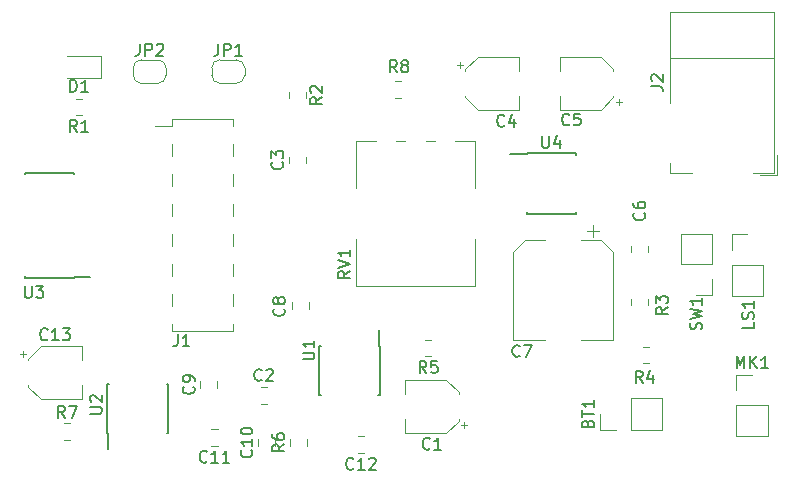
<source format=gto>
G04 #@! TF.GenerationSoftware,KiCad,Pcbnew,5.0.0*
G04 #@! TF.CreationDate,2018-10-27T20:33:49+02:00*
G04 #@! TF.ProjectId,SimpleBatDetector,53696D706C654261744465746563746F,rev?*
G04 #@! TF.SameCoordinates,Original*
G04 #@! TF.FileFunction,Legend,Top*
G04 #@! TF.FilePolarity,Positive*
%FSLAX46Y46*%
G04 Gerber Fmt 4.6, Leading zero omitted, Abs format (unit mm)*
G04 Created by KiCad (PCBNEW 5.0.0) date Sat Oct 27 20:33:49 2018*
%MOMM*%
%LPD*%
G01*
G04 APERTURE LIST*
%ADD10C,0.120000*%
%ADD11C,0.150000*%
G04 APERTURE END LIST*
D10*
G04 #@! TO.C,J1*
X85900000Y-59050000D02*
X91100000Y-59050000D01*
X85900000Y-76950000D02*
X91100000Y-76950000D01*
X84460000Y-59620000D02*
X85900000Y-59620000D01*
X85900000Y-59050000D02*
X85900000Y-59620000D01*
X91100000Y-59050000D02*
X91100000Y-59620000D01*
X85900000Y-76380000D02*
X85900000Y-76950000D01*
X91100000Y-76380000D02*
X91100000Y-76950000D01*
X85900000Y-61140000D02*
X85900000Y-62160000D01*
X91100000Y-61140000D02*
X91100000Y-62160000D01*
X85900000Y-63680000D02*
X85900000Y-64700000D01*
X91100000Y-63680000D02*
X91100000Y-64700000D01*
X85900000Y-66220000D02*
X85900000Y-67240000D01*
X91100000Y-66220000D02*
X91100000Y-67240000D01*
X85900000Y-68760000D02*
X85900000Y-69780000D01*
X91100000Y-68760000D02*
X91100000Y-69780000D01*
X85900000Y-71300000D02*
X85900000Y-72320000D01*
X91100000Y-71300000D02*
X91100000Y-72320000D01*
X85900000Y-73840000D02*
X85900000Y-74860000D01*
X91100000Y-73840000D02*
X91100000Y-74860000D01*
G04 #@! TO.C,R8*
X105261252Y-57210000D02*
X104738748Y-57210000D01*
X105261252Y-55790000D02*
X104738748Y-55790000D01*
G04 #@! TO.C,C1*
X110650000Y-85160000D02*
X110650000Y-84660000D01*
X110900000Y-84910000D02*
X110400000Y-84910000D01*
X110160000Y-82154437D02*
X109095563Y-81090000D01*
X110160000Y-84545563D02*
X109095563Y-85610000D01*
X110160000Y-84545563D02*
X110160000Y-84410000D01*
X110160000Y-82154437D02*
X110160000Y-82290000D01*
X109095563Y-81090000D02*
X105640000Y-81090000D01*
X109095563Y-85610000D02*
X105640000Y-85610000D01*
X105640000Y-85610000D02*
X105640000Y-84410000D01*
X105640000Y-81090000D02*
X105640000Y-82290000D01*
G04 #@! TO.C,C4*
X115260000Y-58260000D02*
X115260000Y-57060000D01*
X115260000Y-53740000D02*
X115260000Y-54940000D01*
X111804437Y-53740000D02*
X115260000Y-53740000D01*
X111804437Y-58260000D02*
X115260000Y-58260000D01*
X110740000Y-57195563D02*
X110740000Y-57060000D01*
X110740000Y-54804437D02*
X110740000Y-54940000D01*
X110740000Y-54804437D02*
X111804437Y-53740000D01*
X110740000Y-57195563D02*
X111804437Y-58260000D01*
X110000000Y-54440000D02*
X110500000Y-54440000D01*
X110250000Y-54190000D02*
X110250000Y-54690000D01*
G04 #@! TO.C,C5*
X123750000Y-57810000D02*
X123750000Y-57310000D01*
X124000000Y-57560000D02*
X123500000Y-57560000D01*
X123260000Y-54804437D02*
X122195563Y-53740000D01*
X123260000Y-57195563D02*
X122195563Y-58260000D01*
X123260000Y-57195563D02*
X123260000Y-57060000D01*
X123260000Y-54804437D02*
X123260000Y-54940000D01*
X122195563Y-53740000D02*
X118740000Y-53740000D01*
X122195563Y-58260000D02*
X118740000Y-58260000D01*
X118740000Y-58260000D02*
X118740000Y-57060000D01*
X118740000Y-53740000D02*
X118740000Y-54940000D01*
G04 #@! TO.C,C13*
X78260000Y-82760000D02*
X78260000Y-81560000D01*
X78260000Y-78240000D02*
X78260000Y-79440000D01*
X74804437Y-78240000D02*
X78260000Y-78240000D01*
X74804437Y-82760000D02*
X78260000Y-82760000D01*
X73740000Y-81695563D02*
X73740000Y-81560000D01*
X73740000Y-79304437D02*
X73740000Y-79440000D01*
X73740000Y-79304437D02*
X74804437Y-78240000D01*
X73740000Y-81695563D02*
X74804437Y-82760000D01*
X73000000Y-78940000D02*
X73500000Y-78940000D01*
X73250000Y-78690000D02*
X73250000Y-79190000D01*
G04 #@! TO.C,C7*
X114740000Y-77760000D02*
X117490000Y-77760000D01*
X123260000Y-77760000D02*
X120510000Y-77760000D01*
X123260000Y-70304437D02*
X123260000Y-77760000D01*
X114740000Y-70304437D02*
X114740000Y-77760000D01*
X115804437Y-69240000D02*
X117490000Y-69240000D01*
X122195563Y-69240000D02*
X120510000Y-69240000D01*
X122195563Y-69240000D02*
X123260000Y-70304437D01*
X115804437Y-69240000D02*
X114740000Y-70304437D01*
X121510000Y-68000000D02*
X121510000Y-69000000D01*
X122010000Y-68500000D02*
X121010000Y-68500000D01*
G04 #@! TO.C,C12*
X102161252Y-85890000D02*
X101638748Y-85890000D01*
X102161252Y-87310000D02*
X101638748Y-87310000D01*
G04 #@! TO.C,C11*
X89761252Y-86710000D02*
X89238748Y-86710000D01*
X89761252Y-85290000D02*
X89238748Y-85290000D01*
G04 #@! TO.C,C10*
X94610000Y-86661252D02*
X94610000Y-86138748D01*
X93190000Y-86661252D02*
X93190000Y-86138748D01*
G04 #@! TO.C,C9*
X88290000Y-81761252D02*
X88290000Y-81238748D01*
X89710000Y-81761252D02*
X89710000Y-81238748D01*
G04 #@! TO.C,C6*
X126210000Y-70261252D02*
X126210000Y-69738748D01*
X124790000Y-70261252D02*
X124790000Y-69738748D01*
G04 #@! TO.C,C3*
X95790000Y-62761252D02*
X95790000Y-62238748D01*
X97210000Y-62761252D02*
X97210000Y-62238748D01*
G04 #@! TO.C,C2*
X93388748Y-83110000D02*
X93911252Y-83110000D01*
X93388748Y-81690000D02*
X93911252Y-81690000D01*
G04 #@! TO.C,C8*
X97510000Y-74538748D02*
X97510000Y-75061252D01*
X96090000Y-74538748D02*
X96090000Y-75061252D01*
G04 #@! TO.C,J2*
X137150000Y-63750000D02*
X135650000Y-63750000D01*
X137150000Y-62050000D02*
X137150000Y-63750000D01*
X136900000Y-53850000D02*
X128100000Y-53850000D01*
X128100000Y-57650000D02*
X128100000Y-49950000D01*
X128100000Y-49950000D02*
X136900000Y-49950000D01*
X136900000Y-49950000D02*
X136900000Y-50150000D01*
X129950000Y-63550000D02*
X128100000Y-63550000D01*
X128100000Y-63550000D02*
X128100000Y-62700000D01*
X136900000Y-50050000D02*
X136900000Y-63550000D01*
X136900000Y-63550000D02*
X135050000Y-63550000D01*
G04 #@! TO.C,BT1*
X122170000Y-85330000D02*
X122170000Y-84000000D01*
X123500000Y-85330000D02*
X122170000Y-85330000D01*
X124770000Y-85330000D02*
X124770000Y-82670000D01*
X124770000Y-82670000D02*
X127370000Y-82670000D01*
X124770000Y-85330000D02*
X127370000Y-85330000D01*
X127370000Y-85330000D02*
X127370000Y-82670000D01*
G04 #@! TO.C,SW1*
X131630000Y-68730000D02*
X128970000Y-68730000D01*
X131630000Y-71330000D02*
X131630000Y-68730000D01*
X128970000Y-71330000D02*
X128970000Y-68730000D01*
X131630000Y-71330000D02*
X128970000Y-71330000D01*
X131630000Y-72600000D02*
X131630000Y-73930000D01*
X131630000Y-73930000D02*
X130300000Y-73930000D01*
G04 #@! TO.C,MK1*
X133670000Y-80670000D02*
X135000000Y-80670000D01*
X133670000Y-82000000D02*
X133670000Y-80670000D01*
X133670000Y-83270000D02*
X136330000Y-83270000D01*
X136330000Y-83270000D02*
X136330000Y-85870000D01*
X133670000Y-83270000D02*
X133670000Y-85870000D01*
X133670000Y-85870000D02*
X136330000Y-85870000D01*
G04 #@! TO.C,LS1*
X133270000Y-73970000D02*
X135930000Y-73970000D01*
X133270000Y-71370000D02*
X133270000Y-73970000D01*
X135930000Y-71370000D02*
X135930000Y-73970000D01*
X133270000Y-71370000D02*
X135930000Y-71370000D01*
X133270000Y-70100000D02*
X133270000Y-68770000D01*
X133270000Y-68770000D02*
X134600000Y-68770000D01*
G04 #@! TO.C,JP1*
X91350000Y-54000000D02*
G75*
G02X92050000Y-54700000I0J-700000D01*
G01*
X92050000Y-55300000D02*
G75*
G02X91350000Y-56000000I-700000J0D01*
G01*
X89950000Y-56000000D02*
G75*
G02X89250000Y-55300000I0J700000D01*
G01*
X89250000Y-54700000D02*
G75*
G02X89950000Y-54000000I700000J0D01*
G01*
X89250000Y-55300000D02*
X89250000Y-54700000D01*
X91350000Y-56000000D02*
X89950000Y-56000000D01*
X92050000Y-54700000D02*
X92050000Y-55300000D01*
X89950000Y-54000000D02*
X91350000Y-54000000D01*
G04 #@! TO.C,JP2*
X84700000Y-54000000D02*
G75*
G02X85400000Y-54700000I0J-700000D01*
G01*
X85400000Y-55300000D02*
G75*
G02X84700000Y-56000000I-700000J0D01*
G01*
X83300000Y-56000000D02*
G75*
G02X82600000Y-55300000I0J700000D01*
G01*
X82600000Y-54700000D02*
G75*
G02X83300000Y-54000000I700000J0D01*
G01*
X82600000Y-55300000D02*
X82600000Y-54700000D01*
X84700000Y-56000000D02*
X83300000Y-56000000D01*
X85400000Y-54700000D02*
X85400000Y-55300000D01*
X83300000Y-54000000D02*
X84700000Y-54000000D01*
G04 #@! TO.C,D1*
X77000000Y-55560000D02*
X79860000Y-55560000D01*
X79860000Y-55560000D02*
X79860000Y-53640000D01*
X79860000Y-53640000D02*
X77000000Y-53640000D01*
D11*
G04 #@! TO.C,U3*
X77575000Y-72450000D02*
X77575000Y-72425000D01*
X73425000Y-72450000D02*
X73425000Y-72335000D01*
X73425000Y-63550000D02*
X73425000Y-63665000D01*
X77575000Y-63550000D02*
X77575000Y-63665000D01*
X77575000Y-72450000D02*
X73425000Y-72450000D01*
X77575000Y-63550000D02*
X73425000Y-63550000D01*
X77575000Y-72425000D02*
X78950000Y-72425000D01*
G04 #@! TO.C,U2*
X80425000Y-85575000D02*
X80475000Y-85575000D01*
X80425000Y-81425000D02*
X80570000Y-81425000D01*
X85575000Y-81425000D02*
X85430000Y-81425000D01*
X85575000Y-85575000D02*
X85430000Y-85575000D01*
X80425000Y-85575000D02*
X80425000Y-81425000D01*
X85575000Y-85575000D02*
X85575000Y-81425000D01*
X80475000Y-85575000D02*
X80475000Y-86975000D01*
G04 #@! TO.C,U1*
X103425000Y-78275000D02*
X103425000Y-76875000D01*
X98325000Y-78275000D02*
X98325000Y-82425000D01*
X103475000Y-78275000D02*
X103475000Y-82425000D01*
X98325000Y-78275000D02*
X98470000Y-78275000D01*
X98325000Y-82425000D02*
X98470000Y-82425000D01*
X103475000Y-82425000D02*
X103330000Y-82425000D01*
X103475000Y-78275000D02*
X103425000Y-78275000D01*
G04 #@! TO.C,U4*
X115925000Y-61925000D02*
X115925000Y-61975000D01*
X120075000Y-61925000D02*
X120075000Y-62070000D01*
X120075000Y-67075000D02*
X120075000Y-66930000D01*
X115925000Y-67075000D02*
X115925000Y-66930000D01*
X115925000Y-61925000D02*
X120075000Y-61925000D01*
X115925000Y-67075000D02*
X120075000Y-67075000D01*
X115925000Y-61975000D02*
X114525000Y-61975000D01*
D10*
G04 #@! TO.C,RV1*
X111521000Y-60880000D02*
X111521000Y-64817000D01*
X111521000Y-69184000D02*
X111521000Y-73120000D01*
X101480000Y-60880000D02*
X101480000Y-64817000D01*
X101480000Y-69184000D02*
X101480000Y-73120000D01*
X111521000Y-60880000D02*
X109871000Y-60880000D01*
X108129000Y-60880000D02*
X107370000Y-60880000D01*
X105629000Y-60880000D02*
X104870000Y-60880000D01*
X103130000Y-60880000D02*
X101480000Y-60880000D01*
X111521000Y-73120000D02*
X101480000Y-73120000D01*
G04 #@! TO.C,R3*
X126210000Y-74238748D02*
X126210000Y-74761252D01*
X124790000Y-74238748D02*
X124790000Y-74761252D01*
G04 #@! TO.C,R4*
X126261252Y-78290000D02*
X125738748Y-78290000D01*
X126261252Y-79710000D02*
X125738748Y-79710000D01*
G04 #@! TO.C,R5*
X107861252Y-79110000D02*
X107338748Y-79110000D01*
X107861252Y-77690000D02*
X107338748Y-77690000D01*
G04 #@! TO.C,R7*
X76738748Y-86210000D02*
X77261252Y-86210000D01*
X76738748Y-84790000D02*
X77261252Y-84790000D01*
G04 #@! TO.C,R6*
X95890000Y-86661252D02*
X95890000Y-86138748D01*
X97310000Y-86661252D02*
X97310000Y-86138748D01*
G04 #@! TO.C,R1*
X78261252Y-57290000D02*
X77738748Y-57290000D01*
X78261252Y-58710000D02*
X77738748Y-58710000D01*
G04 #@! TO.C,R2*
X97210000Y-56738748D02*
X97210000Y-57261252D01*
X95790000Y-56738748D02*
X95790000Y-57261252D01*
G04 #@! TO.C,J1*
D11*
X86366666Y-77252380D02*
X86366666Y-77966666D01*
X86319047Y-78109523D01*
X86223809Y-78204761D01*
X86080952Y-78252380D01*
X85985714Y-78252380D01*
X87366666Y-78252380D02*
X86795238Y-78252380D01*
X87080952Y-78252380D02*
X87080952Y-77252380D01*
X86985714Y-77395238D01*
X86890476Y-77490476D01*
X86795238Y-77538095D01*
G04 #@! TO.C,R8*
X104933333Y-55052380D02*
X104600000Y-54576190D01*
X104361904Y-55052380D02*
X104361904Y-54052380D01*
X104742857Y-54052380D01*
X104838095Y-54100000D01*
X104885714Y-54147619D01*
X104933333Y-54242857D01*
X104933333Y-54385714D01*
X104885714Y-54480952D01*
X104838095Y-54528571D01*
X104742857Y-54576190D01*
X104361904Y-54576190D01*
X105504761Y-54480952D02*
X105409523Y-54433333D01*
X105361904Y-54385714D01*
X105314285Y-54290476D01*
X105314285Y-54242857D01*
X105361904Y-54147619D01*
X105409523Y-54100000D01*
X105504761Y-54052380D01*
X105695238Y-54052380D01*
X105790476Y-54100000D01*
X105838095Y-54147619D01*
X105885714Y-54242857D01*
X105885714Y-54290476D01*
X105838095Y-54385714D01*
X105790476Y-54433333D01*
X105695238Y-54480952D01*
X105504761Y-54480952D01*
X105409523Y-54528571D01*
X105361904Y-54576190D01*
X105314285Y-54671428D01*
X105314285Y-54861904D01*
X105361904Y-54957142D01*
X105409523Y-55004761D01*
X105504761Y-55052380D01*
X105695238Y-55052380D01*
X105790476Y-55004761D01*
X105838095Y-54957142D01*
X105885714Y-54861904D01*
X105885714Y-54671428D01*
X105838095Y-54576190D01*
X105790476Y-54528571D01*
X105695238Y-54480952D01*
G04 #@! TO.C,C1*
X107733333Y-86907142D02*
X107685714Y-86954761D01*
X107542857Y-87002380D01*
X107447619Y-87002380D01*
X107304761Y-86954761D01*
X107209523Y-86859523D01*
X107161904Y-86764285D01*
X107114285Y-86573809D01*
X107114285Y-86430952D01*
X107161904Y-86240476D01*
X107209523Y-86145238D01*
X107304761Y-86050000D01*
X107447619Y-86002380D01*
X107542857Y-86002380D01*
X107685714Y-86050000D01*
X107733333Y-86097619D01*
X108685714Y-87002380D02*
X108114285Y-87002380D01*
X108400000Y-87002380D02*
X108400000Y-86002380D01*
X108304761Y-86145238D01*
X108209523Y-86240476D01*
X108114285Y-86288095D01*
G04 #@! TO.C,C4*
X114033333Y-59557142D02*
X113985714Y-59604761D01*
X113842857Y-59652380D01*
X113747619Y-59652380D01*
X113604761Y-59604761D01*
X113509523Y-59509523D01*
X113461904Y-59414285D01*
X113414285Y-59223809D01*
X113414285Y-59080952D01*
X113461904Y-58890476D01*
X113509523Y-58795238D01*
X113604761Y-58700000D01*
X113747619Y-58652380D01*
X113842857Y-58652380D01*
X113985714Y-58700000D01*
X114033333Y-58747619D01*
X114890476Y-58985714D02*
X114890476Y-59652380D01*
X114652380Y-58604761D02*
X114414285Y-59319047D01*
X115033333Y-59319047D01*
G04 #@! TO.C,C5*
X119533333Y-59457142D02*
X119485714Y-59504761D01*
X119342857Y-59552380D01*
X119247619Y-59552380D01*
X119104761Y-59504761D01*
X119009523Y-59409523D01*
X118961904Y-59314285D01*
X118914285Y-59123809D01*
X118914285Y-58980952D01*
X118961904Y-58790476D01*
X119009523Y-58695238D01*
X119104761Y-58600000D01*
X119247619Y-58552380D01*
X119342857Y-58552380D01*
X119485714Y-58600000D01*
X119533333Y-58647619D01*
X120438095Y-58552380D02*
X119961904Y-58552380D01*
X119914285Y-59028571D01*
X119961904Y-58980952D01*
X120057142Y-58933333D01*
X120295238Y-58933333D01*
X120390476Y-58980952D01*
X120438095Y-59028571D01*
X120485714Y-59123809D01*
X120485714Y-59361904D01*
X120438095Y-59457142D01*
X120390476Y-59504761D01*
X120295238Y-59552380D01*
X120057142Y-59552380D01*
X119961904Y-59504761D01*
X119914285Y-59457142D01*
G04 #@! TO.C,C13*
X75357142Y-77657142D02*
X75309523Y-77704761D01*
X75166666Y-77752380D01*
X75071428Y-77752380D01*
X74928571Y-77704761D01*
X74833333Y-77609523D01*
X74785714Y-77514285D01*
X74738095Y-77323809D01*
X74738095Y-77180952D01*
X74785714Y-76990476D01*
X74833333Y-76895238D01*
X74928571Y-76800000D01*
X75071428Y-76752380D01*
X75166666Y-76752380D01*
X75309523Y-76800000D01*
X75357142Y-76847619D01*
X76309523Y-77752380D02*
X75738095Y-77752380D01*
X76023809Y-77752380D02*
X76023809Y-76752380D01*
X75928571Y-76895238D01*
X75833333Y-76990476D01*
X75738095Y-77038095D01*
X76642857Y-76752380D02*
X77261904Y-76752380D01*
X76928571Y-77133333D01*
X77071428Y-77133333D01*
X77166666Y-77180952D01*
X77214285Y-77228571D01*
X77261904Y-77323809D01*
X77261904Y-77561904D01*
X77214285Y-77657142D01*
X77166666Y-77704761D01*
X77071428Y-77752380D01*
X76785714Y-77752380D01*
X76690476Y-77704761D01*
X76642857Y-77657142D01*
G04 #@! TO.C,C7*
X115333333Y-79057142D02*
X115285714Y-79104761D01*
X115142857Y-79152380D01*
X115047619Y-79152380D01*
X114904761Y-79104761D01*
X114809523Y-79009523D01*
X114761904Y-78914285D01*
X114714285Y-78723809D01*
X114714285Y-78580952D01*
X114761904Y-78390476D01*
X114809523Y-78295238D01*
X114904761Y-78200000D01*
X115047619Y-78152380D01*
X115142857Y-78152380D01*
X115285714Y-78200000D01*
X115333333Y-78247619D01*
X115666666Y-78152380D02*
X116333333Y-78152380D01*
X115904761Y-79152380D01*
G04 #@! TO.C,C12*
X101257142Y-88607142D02*
X101209523Y-88654761D01*
X101066666Y-88702380D01*
X100971428Y-88702380D01*
X100828571Y-88654761D01*
X100733333Y-88559523D01*
X100685714Y-88464285D01*
X100638095Y-88273809D01*
X100638095Y-88130952D01*
X100685714Y-87940476D01*
X100733333Y-87845238D01*
X100828571Y-87750000D01*
X100971428Y-87702380D01*
X101066666Y-87702380D01*
X101209523Y-87750000D01*
X101257142Y-87797619D01*
X102209523Y-88702380D02*
X101638095Y-88702380D01*
X101923809Y-88702380D02*
X101923809Y-87702380D01*
X101828571Y-87845238D01*
X101733333Y-87940476D01*
X101638095Y-87988095D01*
X102590476Y-87797619D02*
X102638095Y-87750000D01*
X102733333Y-87702380D01*
X102971428Y-87702380D01*
X103066666Y-87750000D01*
X103114285Y-87797619D01*
X103161904Y-87892857D01*
X103161904Y-87988095D01*
X103114285Y-88130952D01*
X102542857Y-88702380D01*
X103161904Y-88702380D01*
G04 #@! TO.C,C11*
X88857142Y-88007142D02*
X88809523Y-88054761D01*
X88666666Y-88102380D01*
X88571428Y-88102380D01*
X88428571Y-88054761D01*
X88333333Y-87959523D01*
X88285714Y-87864285D01*
X88238095Y-87673809D01*
X88238095Y-87530952D01*
X88285714Y-87340476D01*
X88333333Y-87245238D01*
X88428571Y-87150000D01*
X88571428Y-87102380D01*
X88666666Y-87102380D01*
X88809523Y-87150000D01*
X88857142Y-87197619D01*
X89809523Y-88102380D02*
X89238095Y-88102380D01*
X89523809Y-88102380D02*
X89523809Y-87102380D01*
X89428571Y-87245238D01*
X89333333Y-87340476D01*
X89238095Y-87388095D01*
X90761904Y-88102380D02*
X90190476Y-88102380D01*
X90476190Y-88102380D02*
X90476190Y-87102380D01*
X90380952Y-87245238D01*
X90285714Y-87340476D01*
X90190476Y-87388095D01*
G04 #@! TO.C,C10*
X92607142Y-87042857D02*
X92654761Y-87090476D01*
X92702380Y-87233333D01*
X92702380Y-87328571D01*
X92654761Y-87471428D01*
X92559523Y-87566666D01*
X92464285Y-87614285D01*
X92273809Y-87661904D01*
X92130952Y-87661904D01*
X91940476Y-87614285D01*
X91845238Y-87566666D01*
X91750000Y-87471428D01*
X91702380Y-87328571D01*
X91702380Y-87233333D01*
X91750000Y-87090476D01*
X91797619Y-87042857D01*
X92702380Y-86090476D02*
X92702380Y-86661904D01*
X92702380Y-86376190D02*
X91702380Y-86376190D01*
X91845238Y-86471428D01*
X91940476Y-86566666D01*
X91988095Y-86661904D01*
X91702380Y-85471428D02*
X91702380Y-85376190D01*
X91750000Y-85280952D01*
X91797619Y-85233333D01*
X91892857Y-85185714D01*
X92083333Y-85138095D01*
X92321428Y-85138095D01*
X92511904Y-85185714D01*
X92607142Y-85233333D01*
X92654761Y-85280952D01*
X92702380Y-85376190D01*
X92702380Y-85471428D01*
X92654761Y-85566666D01*
X92607142Y-85614285D01*
X92511904Y-85661904D01*
X92321428Y-85709523D01*
X92083333Y-85709523D01*
X91892857Y-85661904D01*
X91797619Y-85614285D01*
X91750000Y-85566666D01*
X91702380Y-85471428D01*
G04 #@! TO.C,C9*
X87707142Y-81666666D02*
X87754761Y-81714285D01*
X87802380Y-81857142D01*
X87802380Y-81952380D01*
X87754761Y-82095238D01*
X87659523Y-82190476D01*
X87564285Y-82238095D01*
X87373809Y-82285714D01*
X87230952Y-82285714D01*
X87040476Y-82238095D01*
X86945238Y-82190476D01*
X86850000Y-82095238D01*
X86802380Y-81952380D01*
X86802380Y-81857142D01*
X86850000Y-81714285D01*
X86897619Y-81666666D01*
X87802380Y-81190476D02*
X87802380Y-81000000D01*
X87754761Y-80904761D01*
X87707142Y-80857142D01*
X87564285Y-80761904D01*
X87373809Y-80714285D01*
X86992857Y-80714285D01*
X86897619Y-80761904D01*
X86850000Y-80809523D01*
X86802380Y-80904761D01*
X86802380Y-81095238D01*
X86850000Y-81190476D01*
X86897619Y-81238095D01*
X86992857Y-81285714D01*
X87230952Y-81285714D01*
X87326190Y-81238095D01*
X87373809Y-81190476D01*
X87421428Y-81095238D01*
X87421428Y-80904761D01*
X87373809Y-80809523D01*
X87326190Y-80761904D01*
X87230952Y-80714285D01*
G04 #@! TO.C,C6*
X125857142Y-66966666D02*
X125904761Y-67014285D01*
X125952380Y-67157142D01*
X125952380Y-67252380D01*
X125904761Y-67395238D01*
X125809523Y-67490476D01*
X125714285Y-67538095D01*
X125523809Y-67585714D01*
X125380952Y-67585714D01*
X125190476Y-67538095D01*
X125095238Y-67490476D01*
X125000000Y-67395238D01*
X124952380Y-67252380D01*
X124952380Y-67157142D01*
X125000000Y-67014285D01*
X125047619Y-66966666D01*
X124952380Y-66109523D02*
X124952380Y-66300000D01*
X125000000Y-66395238D01*
X125047619Y-66442857D01*
X125190476Y-66538095D01*
X125380952Y-66585714D01*
X125761904Y-66585714D01*
X125857142Y-66538095D01*
X125904761Y-66490476D01*
X125952380Y-66395238D01*
X125952380Y-66204761D01*
X125904761Y-66109523D01*
X125857142Y-66061904D01*
X125761904Y-66014285D01*
X125523809Y-66014285D01*
X125428571Y-66061904D01*
X125380952Y-66109523D01*
X125333333Y-66204761D01*
X125333333Y-66395238D01*
X125380952Y-66490476D01*
X125428571Y-66538095D01*
X125523809Y-66585714D01*
G04 #@! TO.C,C3*
X95207142Y-62666666D02*
X95254761Y-62714285D01*
X95302380Y-62857142D01*
X95302380Y-62952380D01*
X95254761Y-63095238D01*
X95159523Y-63190476D01*
X95064285Y-63238095D01*
X94873809Y-63285714D01*
X94730952Y-63285714D01*
X94540476Y-63238095D01*
X94445238Y-63190476D01*
X94350000Y-63095238D01*
X94302380Y-62952380D01*
X94302380Y-62857142D01*
X94350000Y-62714285D01*
X94397619Y-62666666D01*
X94302380Y-62333333D02*
X94302380Y-61714285D01*
X94683333Y-62047619D01*
X94683333Y-61904761D01*
X94730952Y-61809523D01*
X94778571Y-61761904D01*
X94873809Y-61714285D01*
X95111904Y-61714285D01*
X95207142Y-61761904D01*
X95254761Y-61809523D01*
X95302380Y-61904761D01*
X95302380Y-62190476D01*
X95254761Y-62285714D01*
X95207142Y-62333333D01*
G04 #@! TO.C,C2*
X93483333Y-81107142D02*
X93435714Y-81154761D01*
X93292857Y-81202380D01*
X93197619Y-81202380D01*
X93054761Y-81154761D01*
X92959523Y-81059523D01*
X92911904Y-80964285D01*
X92864285Y-80773809D01*
X92864285Y-80630952D01*
X92911904Y-80440476D01*
X92959523Y-80345238D01*
X93054761Y-80250000D01*
X93197619Y-80202380D01*
X93292857Y-80202380D01*
X93435714Y-80250000D01*
X93483333Y-80297619D01*
X93864285Y-80297619D02*
X93911904Y-80250000D01*
X94007142Y-80202380D01*
X94245238Y-80202380D01*
X94340476Y-80250000D01*
X94388095Y-80297619D01*
X94435714Y-80392857D01*
X94435714Y-80488095D01*
X94388095Y-80630952D01*
X93816666Y-81202380D01*
X94435714Y-81202380D01*
G04 #@! TO.C,C8*
X95357142Y-75066666D02*
X95404761Y-75114285D01*
X95452380Y-75257142D01*
X95452380Y-75352380D01*
X95404761Y-75495238D01*
X95309523Y-75590476D01*
X95214285Y-75638095D01*
X95023809Y-75685714D01*
X94880952Y-75685714D01*
X94690476Y-75638095D01*
X94595238Y-75590476D01*
X94500000Y-75495238D01*
X94452380Y-75352380D01*
X94452380Y-75257142D01*
X94500000Y-75114285D01*
X94547619Y-75066666D01*
X94880952Y-74495238D02*
X94833333Y-74590476D01*
X94785714Y-74638095D01*
X94690476Y-74685714D01*
X94642857Y-74685714D01*
X94547619Y-74638095D01*
X94500000Y-74590476D01*
X94452380Y-74495238D01*
X94452380Y-74304761D01*
X94500000Y-74209523D01*
X94547619Y-74161904D01*
X94642857Y-74114285D01*
X94690476Y-74114285D01*
X94785714Y-74161904D01*
X94833333Y-74209523D01*
X94880952Y-74304761D01*
X94880952Y-74495238D01*
X94928571Y-74590476D01*
X94976190Y-74638095D01*
X95071428Y-74685714D01*
X95261904Y-74685714D01*
X95357142Y-74638095D01*
X95404761Y-74590476D01*
X95452380Y-74495238D01*
X95452380Y-74304761D01*
X95404761Y-74209523D01*
X95357142Y-74161904D01*
X95261904Y-74114285D01*
X95071428Y-74114285D01*
X94976190Y-74161904D01*
X94928571Y-74209523D01*
X94880952Y-74304761D01*
G04 #@! TO.C,J2*
X126452380Y-56233333D02*
X127166666Y-56233333D01*
X127309523Y-56280952D01*
X127404761Y-56376190D01*
X127452380Y-56519047D01*
X127452380Y-56614285D01*
X126547619Y-55804761D02*
X126500000Y-55757142D01*
X126452380Y-55661904D01*
X126452380Y-55423809D01*
X126500000Y-55328571D01*
X126547619Y-55280952D01*
X126642857Y-55233333D01*
X126738095Y-55233333D01*
X126880952Y-55280952D01*
X127452380Y-55852380D01*
X127452380Y-55233333D01*
G04 #@! TO.C,BT1*
X121098571Y-84785714D02*
X121146190Y-84642857D01*
X121193809Y-84595238D01*
X121289047Y-84547619D01*
X121431904Y-84547619D01*
X121527142Y-84595238D01*
X121574761Y-84642857D01*
X121622380Y-84738095D01*
X121622380Y-85119047D01*
X120622380Y-85119047D01*
X120622380Y-84785714D01*
X120670000Y-84690476D01*
X120717619Y-84642857D01*
X120812857Y-84595238D01*
X120908095Y-84595238D01*
X121003333Y-84642857D01*
X121050952Y-84690476D01*
X121098571Y-84785714D01*
X121098571Y-85119047D01*
X120622380Y-84261904D02*
X120622380Y-83690476D01*
X121622380Y-83976190D02*
X120622380Y-83976190D01*
X121622380Y-82833333D02*
X121622380Y-83404761D01*
X121622380Y-83119047D02*
X120622380Y-83119047D01*
X120765238Y-83214285D01*
X120860476Y-83309523D01*
X120908095Y-83404761D01*
G04 #@! TO.C,SW1*
X130704761Y-76833333D02*
X130752380Y-76690476D01*
X130752380Y-76452380D01*
X130704761Y-76357142D01*
X130657142Y-76309523D01*
X130561904Y-76261904D01*
X130466666Y-76261904D01*
X130371428Y-76309523D01*
X130323809Y-76357142D01*
X130276190Y-76452380D01*
X130228571Y-76642857D01*
X130180952Y-76738095D01*
X130133333Y-76785714D01*
X130038095Y-76833333D01*
X129942857Y-76833333D01*
X129847619Y-76785714D01*
X129800000Y-76738095D01*
X129752380Y-76642857D01*
X129752380Y-76404761D01*
X129800000Y-76261904D01*
X129752380Y-75928571D02*
X130752380Y-75690476D01*
X130038095Y-75500000D01*
X130752380Y-75309523D01*
X129752380Y-75071428D01*
X130752380Y-74166666D02*
X130752380Y-74738095D01*
X130752380Y-74452380D02*
X129752380Y-74452380D01*
X129895238Y-74547619D01*
X129990476Y-74642857D01*
X130038095Y-74738095D01*
G04 #@! TO.C,MK1*
X133690476Y-80122380D02*
X133690476Y-79122380D01*
X134023809Y-79836666D01*
X134357142Y-79122380D01*
X134357142Y-80122380D01*
X134833333Y-80122380D02*
X134833333Y-79122380D01*
X135404761Y-80122380D02*
X134976190Y-79550952D01*
X135404761Y-79122380D02*
X134833333Y-79693809D01*
X136357142Y-80122380D02*
X135785714Y-80122380D01*
X136071428Y-80122380D02*
X136071428Y-79122380D01*
X135976190Y-79265238D01*
X135880952Y-79360476D01*
X135785714Y-79408095D01*
G04 #@! TO.C,LS1*
X135152380Y-76242857D02*
X135152380Y-76719047D01*
X134152380Y-76719047D01*
X135104761Y-75957142D02*
X135152380Y-75814285D01*
X135152380Y-75576190D01*
X135104761Y-75480952D01*
X135057142Y-75433333D01*
X134961904Y-75385714D01*
X134866666Y-75385714D01*
X134771428Y-75433333D01*
X134723809Y-75480952D01*
X134676190Y-75576190D01*
X134628571Y-75766666D01*
X134580952Y-75861904D01*
X134533333Y-75909523D01*
X134438095Y-75957142D01*
X134342857Y-75957142D01*
X134247619Y-75909523D01*
X134200000Y-75861904D01*
X134152380Y-75766666D01*
X134152380Y-75528571D01*
X134200000Y-75385714D01*
X135152380Y-74433333D02*
X135152380Y-75004761D01*
X135152380Y-74719047D02*
X134152380Y-74719047D01*
X134295238Y-74814285D01*
X134390476Y-74909523D01*
X134438095Y-75004761D01*
G04 #@! TO.C,JP1*
X89816666Y-52652380D02*
X89816666Y-53366666D01*
X89769047Y-53509523D01*
X89673809Y-53604761D01*
X89530952Y-53652380D01*
X89435714Y-53652380D01*
X90292857Y-53652380D02*
X90292857Y-52652380D01*
X90673809Y-52652380D01*
X90769047Y-52700000D01*
X90816666Y-52747619D01*
X90864285Y-52842857D01*
X90864285Y-52985714D01*
X90816666Y-53080952D01*
X90769047Y-53128571D01*
X90673809Y-53176190D01*
X90292857Y-53176190D01*
X91816666Y-53652380D02*
X91245238Y-53652380D01*
X91530952Y-53652380D02*
X91530952Y-52652380D01*
X91435714Y-52795238D01*
X91340476Y-52890476D01*
X91245238Y-52938095D01*
G04 #@! TO.C,JP2*
X83166666Y-52652380D02*
X83166666Y-53366666D01*
X83119047Y-53509523D01*
X83023809Y-53604761D01*
X82880952Y-53652380D01*
X82785714Y-53652380D01*
X83642857Y-53652380D02*
X83642857Y-52652380D01*
X84023809Y-52652380D01*
X84119047Y-52700000D01*
X84166666Y-52747619D01*
X84214285Y-52842857D01*
X84214285Y-52985714D01*
X84166666Y-53080952D01*
X84119047Y-53128571D01*
X84023809Y-53176190D01*
X83642857Y-53176190D01*
X84595238Y-52747619D02*
X84642857Y-52700000D01*
X84738095Y-52652380D01*
X84976190Y-52652380D01*
X85071428Y-52700000D01*
X85119047Y-52747619D01*
X85166666Y-52842857D01*
X85166666Y-52938095D01*
X85119047Y-53080952D01*
X84547619Y-53652380D01*
X85166666Y-53652380D01*
G04 #@! TO.C,D1*
X77261904Y-56702380D02*
X77261904Y-55702380D01*
X77500000Y-55702380D01*
X77642857Y-55750000D01*
X77738095Y-55845238D01*
X77785714Y-55940476D01*
X77833333Y-56130952D01*
X77833333Y-56273809D01*
X77785714Y-56464285D01*
X77738095Y-56559523D01*
X77642857Y-56654761D01*
X77500000Y-56702380D01*
X77261904Y-56702380D01*
X78785714Y-56702380D02*
X78214285Y-56702380D01*
X78500000Y-56702380D02*
X78500000Y-55702380D01*
X78404761Y-55845238D01*
X78309523Y-55940476D01*
X78214285Y-55988095D01*
G04 #@! TO.C,U3*
X73438095Y-73152380D02*
X73438095Y-73961904D01*
X73485714Y-74057142D01*
X73533333Y-74104761D01*
X73628571Y-74152380D01*
X73819047Y-74152380D01*
X73914285Y-74104761D01*
X73961904Y-74057142D01*
X74009523Y-73961904D01*
X74009523Y-73152380D01*
X74390476Y-73152380D02*
X75009523Y-73152380D01*
X74676190Y-73533333D01*
X74819047Y-73533333D01*
X74914285Y-73580952D01*
X74961904Y-73628571D01*
X75009523Y-73723809D01*
X75009523Y-73961904D01*
X74961904Y-74057142D01*
X74914285Y-74104761D01*
X74819047Y-74152380D01*
X74533333Y-74152380D01*
X74438095Y-74104761D01*
X74390476Y-74057142D01*
G04 #@! TO.C,U2*
X78952380Y-83961904D02*
X79761904Y-83961904D01*
X79857142Y-83914285D01*
X79904761Y-83866666D01*
X79952380Y-83771428D01*
X79952380Y-83580952D01*
X79904761Y-83485714D01*
X79857142Y-83438095D01*
X79761904Y-83390476D01*
X78952380Y-83390476D01*
X79047619Y-82961904D02*
X79000000Y-82914285D01*
X78952380Y-82819047D01*
X78952380Y-82580952D01*
X79000000Y-82485714D01*
X79047619Y-82438095D01*
X79142857Y-82390476D01*
X79238095Y-82390476D01*
X79380952Y-82438095D01*
X79952380Y-83009523D01*
X79952380Y-82390476D01*
G04 #@! TO.C,U1*
X96952380Y-79361904D02*
X97761904Y-79361904D01*
X97857142Y-79314285D01*
X97904761Y-79266666D01*
X97952380Y-79171428D01*
X97952380Y-78980952D01*
X97904761Y-78885714D01*
X97857142Y-78838095D01*
X97761904Y-78790476D01*
X96952380Y-78790476D01*
X97952380Y-77790476D02*
X97952380Y-78361904D01*
X97952380Y-78076190D02*
X96952380Y-78076190D01*
X97095238Y-78171428D01*
X97190476Y-78266666D01*
X97238095Y-78361904D01*
G04 #@! TO.C,U4*
X117238095Y-60452380D02*
X117238095Y-61261904D01*
X117285714Y-61357142D01*
X117333333Y-61404761D01*
X117428571Y-61452380D01*
X117619047Y-61452380D01*
X117714285Y-61404761D01*
X117761904Y-61357142D01*
X117809523Y-61261904D01*
X117809523Y-60452380D01*
X118714285Y-60785714D02*
X118714285Y-61452380D01*
X118476190Y-60404761D02*
X118238095Y-61119047D01*
X118857142Y-61119047D01*
G04 #@! TO.C,RV1*
X100952380Y-71895238D02*
X100476190Y-72228571D01*
X100952380Y-72466666D02*
X99952380Y-72466666D01*
X99952380Y-72085714D01*
X100000000Y-71990476D01*
X100047619Y-71942857D01*
X100142857Y-71895238D01*
X100285714Y-71895238D01*
X100380952Y-71942857D01*
X100428571Y-71990476D01*
X100476190Y-72085714D01*
X100476190Y-72466666D01*
X99952380Y-71609523D02*
X100952380Y-71276190D01*
X99952380Y-70942857D01*
X100952380Y-70085714D02*
X100952380Y-70657142D01*
X100952380Y-70371428D02*
X99952380Y-70371428D01*
X100095238Y-70466666D01*
X100190476Y-70561904D01*
X100238095Y-70657142D01*
G04 #@! TO.C,R3*
X127852380Y-74966666D02*
X127376190Y-75300000D01*
X127852380Y-75538095D02*
X126852380Y-75538095D01*
X126852380Y-75157142D01*
X126900000Y-75061904D01*
X126947619Y-75014285D01*
X127042857Y-74966666D01*
X127185714Y-74966666D01*
X127280952Y-75014285D01*
X127328571Y-75061904D01*
X127376190Y-75157142D01*
X127376190Y-75538095D01*
X126852380Y-74633333D02*
X126852380Y-74014285D01*
X127233333Y-74347619D01*
X127233333Y-74204761D01*
X127280952Y-74109523D01*
X127328571Y-74061904D01*
X127423809Y-74014285D01*
X127661904Y-74014285D01*
X127757142Y-74061904D01*
X127804761Y-74109523D01*
X127852380Y-74204761D01*
X127852380Y-74490476D01*
X127804761Y-74585714D01*
X127757142Y-74633333D01*
G04 #@! TO.C,R4*
X125733333Y-81352380D02*
X125400000Y-80876190D01*
X125161904Y-81352380D02*
X125161904Y-80352380D01*
X125542857Y-80352380D01*
X125638095Y-80400000D01*
X125685714Y-80447619D01*
X125733333Y-80542857D01*
X125733333Y-80685714D01*
X125685714Y-80780952D01*
X125638095Y-80828571D01*
X125542857Y-80876190D01*
X125161904Y-80876190D01*
X126590476Y-80685714D02*
X126590476Y-81352380D01*
X126352380Y-80304761D02*
X126114285Y-81019047D01*
X126733333Y-81019047D01*
G04 #@! TO.C,R5*
X107433333Y-80502380D02*
X107100000Y-80026190D01*
X106861904Y-80502380D02*
X106861904Y-79502380D01*
X107242857Y-79502380D01*
X107338095Y-79550000D01*
X107385714Y-79597619D01*
X107433333Y-79692857D01*
X107433333Y-79835714D01*
X107385714Y-79930952D01*
X107338095Y-79978571D01*
X107242857Y-80026190D01*
X106861904Y-80026190D01*
X108338095Y-79502380D02*
X107861904Y-79502380D01*
X107814285Y-79978571D01*
X107861904Y-79930952D01*
X107957142Y-79883333D01*
X108195238Y-79883333D01*
X108290476Y-79930952D01*
X108338095Y-79978571D01*
X108385714Y-80073809D01*
X108385714Y-80311904D01*
X108338095Y-80407142D01*
X108290476Y-80454761D01*
X108195238Y-80502380D01*
X107957142Y-80502380D01*
X107861904Y-80454761D01*
X107814285Y-80407142D01*
G04 #@! TO.C,R7*
X76833333Y-84302380D02*
X76500000Y-83826190D01*
X76261904Y-84302380D02*
X76261904Y-83302380D01*
X76642857Y-83302380D01*
X76738095Y-83350000D01*
X76785714Y-83397619D01*
X76833333Y-83492857D01*
X76833333Y-83635714D01*
X76785714Y-83730952D01*
X76738095Y-83778571D01*
X76642857Y-83826190D01*
X76261904Y-83826190D01*
X77166666Y-83302380D02*
X77833333Y-83302380D01*
X77404761Y-84302380D01*
G04 #@! TO.C,R6*
X95402380Y-86566666D02*
X94926190Y-86900000D01*
X95402380Y-87138095D02*
X94402380Y-87138095D01*
X94402380Y-86757142D01*
X94450000Y-86661904D01*
X94497619Y-86614285D01*
X94592857Y-86566666D01*
X94735714Y-86566666D01*
X94830952Y-86614285D01*
X94878571Y-86661904D01*
X94926190Y-86757142D01*
X94926190Y-87138095D01*
X94402380Y-85709523D02*
X94402380Y-85900000D01*
X94450000Y-85995238D01*
X94497619Y-86042857D01*
X94640476Y-86138095D01*
X94830952Y-86185714D01*
X95211904Y-86185714D01*
X95307142Y-86138095D01*
X95354761Y-86090476D01*
X95402380Y-85995238D01*
X95402380Y-85804761D01*
X95354761Y-85709523D01*
X95307142Y-85661904D01*
X95211904Y-85614285D01*
X94973809Y-85614285D01*
X94878571Y-85661904D01*
X94830952Y-85709523D01*
X94783333Y-85804761D01*
X94783333Y-85995238D01*
X94830952Y-86090476D01*
X94878571Y-86138095D01*
X94973809Y-86185714D01*
G04 #@! TO.C,R1*
X77833333Y-60102380D02*
X77500000Y-59626190D01*
X77261904Y-60102380D02*
X77261904Y-59102380D01*
X77642857Y-59102380D01*
X77738095Y-59150000D01*
X77785714Y-59197619D01*
X77833333Y-59292857D01*
X77833333Y-59435714D01*
X77785714Y-59530952D01*
X77738095Y-59578571D01*
X77642857Y-59626190D01*
X77261904Y-59626190D01*
X78785714Y-60102380D02*
X78214285Y-60102380D01*
X78500000Y-60102380D02*
X78500000Y-59102380D01*
X78404761Y-59245238D01*
X78309523Y-59340476D01*
X78214285Y-59388095D01*
G04 #@! TO.C,R2*
X98602380Y-57166666D02*
X98126190Y-57500000D01*
X98602380Y-57738095D02*
X97602380Y-57738095D01*
X97602380Y-57357142D01*
X97650000Y-57261904D01*
X97697619Y-57214285D01*
X97792857Y-57166666D01*
X97935714Y-57166666D01*
X98030952Y-57214285D01*
X98078571Y-57261904D01*
X98126190Y-57357142D01*
X98126190Y-57738095D01*
X97697619Y-56785714D02*
X97650000Y-56738095D01*
X97602380Y-56642857D01*
X97602380Y-56404761D01*
X97650000Y-56309523D01*
X97697619Y-56261904D01*
X97792857Y-56214285D01*
X97888095Y-56214285D01*
X98030952Y-56261904D01*
X98602380Y-56833333D01*
X98602380Y-56214285D01*
G04 #@! TD*
M02*

</source>
